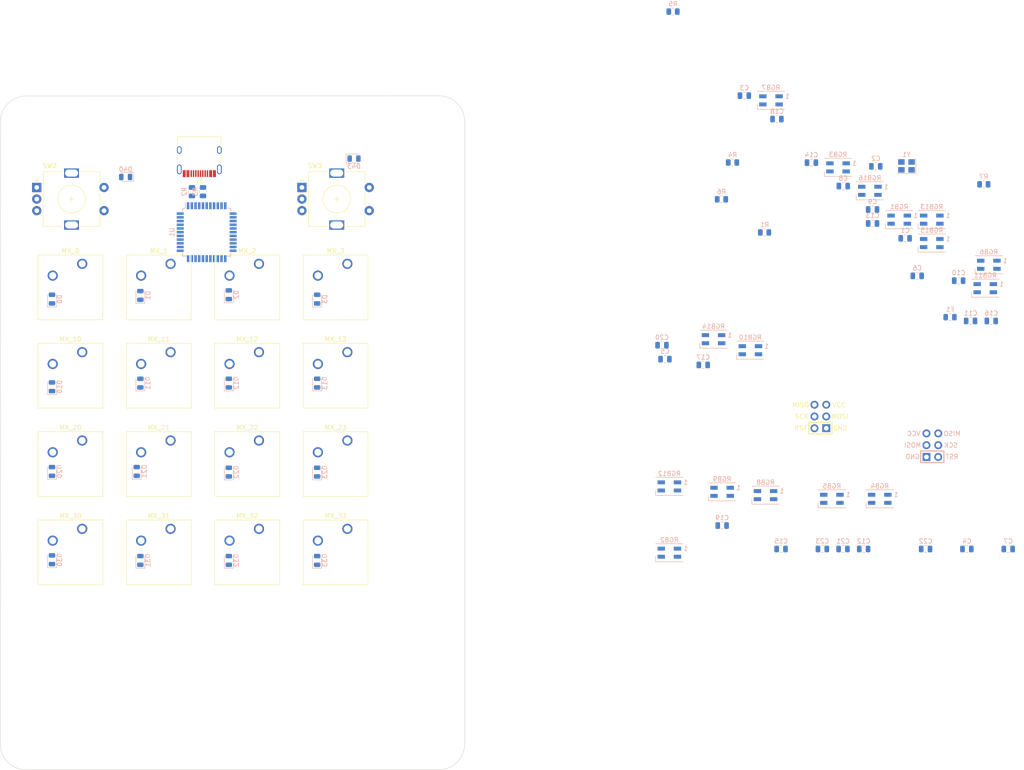
<source format=kicad_pcb>
(kicad_pcb (version 20211014) (generator pcbnew)
  (layers (0 "F.Cu" signal) (31 "B.Cu" signal) (34 "B.Paste" user) (35 "F.Paste" user) (36 "B.SilkS" user "B.Silkscreen") (37 "F.SilkS" user "F.Silkscreen") (38 "B.Mask" user) (39 "F.Mask" user) (44 "Edge.Cuts" user))
  (net 0 "")
  (net 1 "GND")
  (net 2 "Net-(C1-Pad2)")
  (net 3 "Net-(C2-Pad2)")
  (net 4 "Net-(C3-Pad1)")
  (net 5 "+5V")
  (net 6 "ROW0")
  (net 7 "Net-(D1-Pad2)")
  (net 8 "ROW1")
  (net 9 "Net-(D2-Pad2)")
  (net 10 "ROW2")
  (net 11 "Net-(D3-Pad2)")
  (net 12 "ROW3")
  (net 13 "Net-(D10-Pad2)")
  (net 14 "Net-(D11-Pad2)")
  (net 15 "Net-(D12-Pad2)")
  (net 16 "Net-(D13-Pad2)")
  (net 17 "ROW4")
  (net 18 "Net-(SW2-PadS2)")
  (net 19 "Net-(SW3-PadS2)")
  (net 20 "VCC")
  (net 21 "Net-(J1-PadA5)")
  (net 22 "/D+")
  (net 23 "/D-")
  (net 25 "Net-(J1-PadB5)")
  (net 27 "MOSI")
  (net 28 "MISO")
  (net 29 "SS")
  (net 30 "SCLK")
  (net 31 "COL0")
  (net 32 "COL1")
  (net 33 "COL2")
  (net 34 "COL3")
  (net 35 "USB_D-")
  (net 36 "USB_D+")
  (net 37 "Net-(R4-Pad2)")
  (net 38 "Net-(R6-Pad2)")
  (net 39 "LED_STRIP")
  (net 40 "Net-(R7-Pad2)")
  (net 41 "Net-(RGB1-Pad1)")
  (net 42 "Net-(RGB2-Pad1)")
  (net 43 "Net-(RGB3-Pad1)")
  (net 44 "Net-(RGB4-Pad1)")
  (net 45 "Net-(RGB5-Pad1)")
  (net 46 "Net-(RGB6-Pad1)")
  (net 47 "Net-(RGB7-Pad1)")
  (net 48 "Net-(RGB8-Pad1)")
  (net 49 "Net-(RGB10-Pad3)")
  (net 50 "Net-(RGB10-Pad1)")
  (net 51 "Net-(RGB11-Pad1)")
  (net 52 "Net-(RGB12-Pad1)")
  (net 53 "Net-(RGB13-Pad1)")
  (net 54 "Net-(RGB14-Pad1)")
  (net 55 "Net-(RGB15-Pad1)")
  (net 57 "ROT_00_DT")
  (net 58 "ROT_00_CLK")
  (net 59 "ROT_03_DT")
  (net 60 "ROT_03_CLK")
  (net 70 "Net-(D0-Pad2)")
  (net 71 "Net-(D20-Pad2)")
  (net 72 "Net-(D21-Pad2)")
  (net 73 "Net-(D22-Pad2)")
  (net 74 "Net-(D23-Pad2)")
  (net 75 "Net-(D30-Pad2)")
  (net 76 "Net-(D31-Pad2)")
  (net 77 "Net-(D32-Pad2)")
  (net 78 "Net-(D33-Pad2)")
  (footprint "Button_Switch_Keyboard:SW_Cherry_MX_1.00u_Plate" (layer "F.Cu") (at 62.865 75.08875)
    (fp_text reference "MX_1" (at -2.54 -2.794) (layer "F.SilkS"))
    (fp_text value "MX-NoLED")
    (pad "" np_thru_hole circle (at -2.54 5.08) (size 4 4) (drill 4) (layers *.Cu *.Mask))
    (pad "1" thru_hole circle (at 0 0) (size 2.2 2.2) (drill 1.5) (layers *.Cu *.Mask) (net 32 "COL1"))
    (pad "2" thru_hole circle (at -6.35 2.54) (size 2.2 2.2) (drill 1.5) (layers *.Cu *.Mask) (net 7 "Net-(D1-Pad2)"))
  )
  (footprint "Button_Switch_Keyboard:SW_Cherry_MX_1.00u_Plate" (layer "F.Cu") (at 100.965 132.23875)
    (fp_text reference "MX_33" (at -2.54 -2.794) (layer "F.SilkS"))
    (fp_text value "MX-NoLED")
    (pad "" np_thru_hole circle (at -2.54 5.08) (size 4 4) (drill 4) (layers *.Cu *.Mask))
    (pad "1" thru_hole circle (at 0 0) (size 2.2 2.2) (drill 1.5) (layers *.Cu *.Mask) (net 34 "COL3"))
    (pad "2" thru_hole circle (at -6.35 2.54) (size 2.2 2.2) (drill 1.5) (layers *.Cu *.Mask) (net 78 "Net-(D33-Pad2)"))
  )
  (footprint "Button_Switch_Keyboard:SW_Cherry_MX_1.00u_Plate" (layer "F.Cu") (at 81.915 113.18875)
    (fp_text reference "MX_22" (at -2.54 -2.794) (layer "F.SilkS"))
    (fp_text value "MX-NoLED")
    (pad "" np_thru_hole circle (at -2.54 5.08) (size 4 4) (drill 4) (layers *.Cu *.Mask))
    (pad "1" thru_hole circle (at 0 0) (size 2.2 2.2) (drill 1.5) (layers *.Cu *.Mask) (net 33 "COL2"))
    (pad "2" thru_hole circle (at -6.35 2.54) (size 2.2 2.2) (drill 1.5) (layers *.Cu *.Mask) (net 73 "Net-(D22-Pad2)"))
  )
  (footprint "Button_Switch_Keyboard:SW_Cherry_MX_1.00u_Plate" (layer "F.Cu") (at 100.965 75.08875)
    (fp_text reference "MX_3" (at -2.54 -2.794) (layer "F.SilkS"))
    (fp_text value "MX-NoLED")
    (pad "" np_thru_hole circle (at -2.54 5.08) (size 4 4) (drill 4) (layers *.Cu *.Mask))
    (pad "1" thru_hole circle (at 0 0) (size 2.2 2.2) (drill 1.5) (layers *.Cu *.Mask) (net 34 "COL3"))
    (pad "2" thru_hole circle (at -6.35 2.54) (size 2.2 2.2) (drill 1.5) (layers *.Cu *.Mask) (net 11 "Net-(D3-Pad2)"))
  )
  (footprint "Button_Switch_Keyboard:SW_Cherry_MX_1.00u_Plate" (layer "F.Cu") (at 62.865 113.18875)
    (fp_text reference "MX_21" (at -2.54 -2.794) (layer "F.SilkS"))
    (fp_text value "MX-NoLED")
    (pad "" np_thru_hole circle (at -2.54 5.08) (size 4 4) (drill 4) (layers *.Cu *.Mask))
    (pad "1" thru_hole circle (at 0 0) (size 2.2 2.2) (drill 1.5) (layers *.Cu *.Mask) (net 32 "COL1"))
    (pad "2" thru_hole circle (at -6.35 2.54) (size 2.2 2.2) (drill 1.5) (layers *.Cu *.Mask) (net 72 "Net-(D21-Pad2)"))
  )
  (footprint "Rotary_Encoder:RotaryEncoder_Alps_EC11E-Switch_Vertical_H20mm" (layer "F.Cu") (at 34.025 58.61875)
    (fp_text reference "SW2" (at 2.8 -4.7) (layer "F.SilkS"))
    (fp_text value "Rotary_Encoder_Switch")
    (pad "A" thru_hole rect (at 0 0) (size 2 2) (drill 1) (layers *.Cu *.Mask) (net 57 "ROT_00_DT"))
    (pad "B" thru_hole circle (at 0 5) (size 2 2) (drill 1) (layers *.Cu *.Mask) (net 58 "ROT_00_CLK"))
    (pad "C" thru_hole circle (at 0 2.5) (size 2 2) (drill 1) (layers *.Cu *.Mask) (net 1 "GND"))
    (pad "MP" thru_hole rect (at 7.5 -3.1) (size 3.2 2) (drill oval 2.8 1.5) (layers *.Cu *.Mask))
    (pad "MP" thru_hole rect (at 7.5 8.1) (size 3.2 2) (drill oval 2.8 1.5) (layers *.Cu *.Mask))
    (pad "S1" thru_hole circle (at 14.5 5) (size 2 2) (drill 1) (layers *.Cu *.Mask) (net 31 "COL0"))
    (pad "S2" thru_hole circle (at 14.5 0) (size 2 2) (drill 1) (layers *.Cu *.Mask) (net 18 "Net-(SW2-PadS2)"))
  )
  (footprint "Button_Switch_Keyboard:SW_Cherry_MX_1.00u_Plate" (layer "F.Cu") (at 100.965 94.13875)
    (fp_text reference "MX_13" (at -2.54 -2.794) (layer "F.SilkS"))
    (fp_text value "MX-NoLED")
    (pad "" np_thru_hole circle (at -2.54 5.08) (size 4 4) (drill 4) (layers *.Cu *.Mask))
    (pad "1" thru_hole circle (at 0 0) (size 2.2 2.2) (drill 1.5) (layers *.Cu *.Mask) (net 34 "COL3"))
    (pad "2" thru_hole circle (at -6.35 2.54) (size 2.2 2.2) (drill 1.5) (layers *.Cu *.Mask) (net 16 "Net-(D13-Pad2)"))
  )
  (footprint "Button_Switch_Keyboard:SW_Cherry_MX_1.00u_Plate" (layer "F.Cu") (at 43.815 113.18875)
    (fp_text reference "MX_20" (at -2.54 -2.794) (layer "F.SilkS"))
    (fp_text value "MX-NoLED")
    (pad "" np_thru_hole circle (at -2.54 5.08) (size 4 4) (drill 4) (layers *.Cu *.Mask))
    (pad "1" thru_hole circle (at 0 0) (size 2.2 2.2) (drill 1.5) (layers *.Cu *.Mask) (net 31 "COL0"))
    (pad "2" thru_hole circle (at -6.35 2.54) (size 2.2 2.2) (drill 1.5) (layers *.Cu *.Mask) (net 71 "Net-(D20-Pad2)"))
  )
  (footprint "Button_Switch_Keyboard:SW_Cherry_MX_1.00u_Plate" (layer "F.Cu") (at 62.865 132.23875)
    (fp_text reference "MX_31" (at -2.54 -2.794) (layer "F.SilkS"))
    (fp_text value "MX-NoLED")
    (pad "" np_thru_hole circle (at -2.54 5.08) (size 4 4) (drill 4) (layers *.Cu *.Mask))
    (pad "1" thru_hole circle (at 0 0) (size 2.2 2.2) (drill 1.5) (layers *.Cu *.Mask) (net 32 "COL1"))
    (pad "2" thru_hole circle (at -6.35 2.54) (size 2.2 2.2) (drill 1.5) (layers *.Cu *.Mask) (net 76 "Net-(D31-Pad2)"))
  )
  (footprint "random-keyboard-parts:Reset_Pretty" (layer "F.Cu") (at 202.89375 108.00625)
    (fp_text reference "J2")
    (fp_text value "JTAG")
    (fp_text user "RST" (at -4.25 2.5) (layer "F.SilkS"))
    (fp_text user "MOSI" (at 4.25 0) (layer "F.SilkS"))
    (fp_text user "VCC" (at 4 -2.5) (layer "F.SilkS"))
    (fp_text user "MISO" (at -4.25 -2.5) (layer "F.SilkS"))
    (fp_text user "SCK" (at -4 0) (layer "F.SilkS"))
    (fp_text user "GND" (at 4.25 2.5) (layer "F.SilkS"))
    (pad "1" thru_hole circle locked (at -1.27 -2.54) (size 1.7 1.7) (drill 1) (layers *.Cu *.Mask) (net 28 "MISO"))
    (pad "2" thru_hole circle locked (at 1.27 -2.54) (size 1.7 1.7) (drill 1) (layers *.Cu *.Mask) (net 5 "+5V"))
    (pad "3" thru_hole circle locked (at -1.27 0) (size 1.7 1.7) (drill 1) (layers *.Cu *.Mask) (net 30 "SCLK"))
    (pad "4" thru_hole circle locked (at 1.27 0) (size 1.7 1.7) (drill 1) (layers *.Cu *.Mask) (net 27 "MOSI"))
    (pad "5" thru_hole circle locked (at -1.27 2.54) (size 1.7 1.7) (drill 1) (layers *.Cu *.Mask) (net 29 "SS"))
    (pad "6" thru_hole rect locked (at 1.27 2.54) (size 1.7 1.7) (drill 1) (layers *.Cu *.Mask) (net 1 "GND"))
  )
  (footprint "Rotary_Encoder:RotaryEncoder_Alps_EC11E-Switch_Vertical_H20mm" (layer "F.Cu") (at 91.175 58.61875)
    (fp_text reference "SW3" (at 2.8 -4.7) (layer "F.SilkS"))
    (fp_text value "Rotary_Encoder_Switch")
    (pad "A" thru_hole rect (at 0 0) (size 2 2) (drill 1) (layers *.Cu *.Mask) (net 59 "ROT_03_DT"))
    (pad "B" thru_hole circle (at 0 5) (size 2 2) (drill 1) (layers *.Cu *.Mask) (net 60 "ROT_03_CLK"))
    (pad "C" thru_hole circle (at 0 2.5) (size 2 2) (drill 1) (layers *.Cu *.Mask) (net 1 "GND"))
    (pad "MP" thru_hole rect (at 7.5 -3.1) (size 3.2 2) (drill oval 2.8 1.5) (layers *.Cu *.Mask))
    (pad "MP" thru_hole rect (at 7.5 8.1) (size 3.2 2) (drill oval 2.8 1.5) (layers *.Cu *.Mask))
    (pad "S1" thru_hole circle (at 14.5 5) (size 2 2) (drill 1) (layers *.Cu *.Mask) (net 34 "COL3"))
    (pad "S2" thru_hole circle (at 14.5 0) (size 2 2) (drill 1) (layers *.Cu *.Mask) (net 19 "Net-(SW3-PadS2)"))
  )
  (footprint "Button_Switch_Keyboard:SW_Cherry_MX_1.00u_Plate" (layer "F.Cu") (at 43.815 132.23875)
    (fp_text reference "MX_30" (at -2.54 -2.794) (layer "F.SilkS"))
    (fp_text value "MX-NoLED")
    (pad "" np_thru_hole circle (at -2.54 5.08) (size 4 4) (drill 4) (layers *.Cu *.Mask))
    (pad "1" thru_hole circle (at 0 0) (size 2.2 2.2) (drill 1.5) (layers *.Cu *.Mask) (net 31 "COL0"))
    (pad "2" thru_hole circle (at -6.35 2.54) (size 2.2 2.2) (drill 1.5) (layers *.Cu *.Mask) (net 75 "Net-(D30-Pad2)"))
  )
  (footprint "Button_Switch_Keyboard:SW_Cherry_MX_1.00u_Plate" (layer "F.Cu") (at 62.865 94.13875)
    (fp_text reference "MX_11" (at -2.54 -2.794) (layer "F.SilkS"))
    (fp_text value "MX-NoLED")
    (pad "" np_thru_hole circle (at -2.54 5.08) (size 4 4) (drill 4) (layers *.Cu *.Mask))
    (pad "1" thru_hole circle (at 0 0) (size 2.2 2.2) (drill 1.5) (layers *.Cu *.Mask) (net 32 "COL1"))
    (pad "2" thru_hole circle (at -6.35 2.54) (size 2.2 2.2) (drill 1.5) (layers *.Cu *.Mask) (net 14 "Net-(D11-Pad2)"))
  )
  (footprint "Button_Switch_Keyboard:SW_Cherry_MX_1.00u_Plate" (layer "F.Cu") (at 81.915 132.23875)
    (fp_text reference "MX_32" (at -2.54 -2.794) (layer "F.SilkS"))
    (fp_text value "MX-NoLED")
    (pad "" np_thru_hole circle (at -2.54 5.08) (size 4 4) (drill 4) (layers *.Cu *.Mask))
    (pad "1" thru_hole circle (at 0 0) (size 2.2 2.2) (drill 1.5) (layers *.Cu *.Mask) (net 33 "COL2"))
    (pad "2" thru_hole circle (at -6.35 2.54) (size 2.2 2.2) (drill 1.5) (layers *.Cu *.Mask) (net 77 "Net-(D32-Pad2)"))
  )
  (footprint "Connector_USB:USB_C_Receptacle_HRO_TYPE-C-31-M-12" (layer "F.Cu") (at 69.05625 51.59375 180)
    (fp_text reference "J1" (at 0 -5.645) (layer "F.SilkS"))
    (fp_text value "USB_C_Receptacle_USB2.0")
    (pad "" np_thru_hole circle (at -2.89 -2.6 180) (size 0.65 0.65) (drill 0.65) (layers *.Cu *.Mask))
    (pad "" np_thru_hole circle (at 2.89 -2.6 180) (size 0.65 0.65) (drill 0.65) (layers *.Cu *.Mask))
    (pad "A1" smd rect (at -3.25 -4.045 180) (size 0.6 1.45) (layers "F.Cu" "F.Paste" "F.Mask") (net 1 "GND"))
    (pad "A4" smd rect (at -2.45 -4.045 180) (size 0.6 1.45) (layers "F.Cu" "F.Paste" "F.Mask") (net 20 "VCC"))
    (pad "A5" smd rect (at -1.25 -4.045 180) (size 0.3 1.45) (layers "F.Cu" "F.Paste" "F.Mask") (net 21 "Net-(J1-PadA5)"))
    (pad "A6" smd rect (at -0.25 -4.045 180) (size 0.3 1.45) (layers "F.Cu" "F.Paste" "F.Mask") (net 22 "/D+"))
    (pad "A7" smd rect (at 0.25 -4.045 180) (size 0.3 1.45) (layers "F.Cu" "F.Paste" "F.Mask") (net 23 "/D-"))
    (pad "A8" smd rect (at 1.25 -4.045 180) (size 0.3 1.45) (layers "F.Cu" "F.Paste" "F.Mask"))
    (pad "A9" smd rect (at 2.45 -4.045 180) (size 0.6 1.45) (layers "F.Cu" "F.Paste" "F.Mask") (net 20 "VCC"))
    (pad "A12" smd rect (at 3.25 -4.045 180) (size 0.6 1.45) (layers "F.Cu" "F.Paste" "F.Mask") (net 1 "GND"))
    (pad "B1" smd rect (at 3.25 -4.045 180) (size 0.6 1.45) (layers "F.Cu" "F.Paste" "F.Mask") (net 1 "GND"))
    (pad "B4" smd rect (at 2.45 -4.045 180) (size 0.6 1.45) (layers "F.Cu" "F.Paste" "F.Mask") (net 20 "VCC"))
    (pad "B5" smd rect (at 1.75 -4.045 180) (size 0.3 1.45) (layers "F.Cu" "F.Paste" "F.Mask") (net 25 "Net-(J1-PadB5)"))
    (pad "B6" smd rect (at 0.75 -4.045 180) (size 0.3 1.45) (layers "F.Cu" "F.Paste" "F.Mask") (net 22 "/D+"))
    (pad "B7" smd rect (at -0.75 -4.045 180) (size 0.3 1.45) (layers "F.Cu" "F.Paste" "F.Mask") (net 23 "/D-"))
    (pad "B8" smd rect (at -1.75 -4.045 180) (size 0.3 1.45) (layers "F.Cu" "F.Paste" "F.Mask"))
    (pad "B9" smd rect (at -2.45 -4.045 180) (size 0.6 1.45) (layers "F.Cu" "F.Paste" "F.Mask") (net 20 "VCC"))
    (pad "B12" smd rect (at -3.25 -4.045 180) (size 0.6 1.45) (layers "F.Cu" "F.Paste" "F.Mask") (net 1 "GND"))
    (pad "S1" thru_hole oval (at 4.32 -3.13 180) (size 1 2.1) (drill oval 0.6 1.7) (layers *.Cu *.Mask) (net 1 "GND"))
    (pad "S1" thru_hole oval (at 4.32 1.05 180) (size 1 1.6) (drill oval 0.6 1.2) (layers *.Cu *.Mask) (net 1 "GND"))
    (pad "S1" thru_hole oval (at -4.32 1.05 180) (size 1 1.6) (drill oval 0.6 1.2) (layers *.Cu *.Mask) (net 1 "GND"))
    (pad "S1" thru_hole oval (at -4.32 -3.13 180) (size 1 2.1) (drill oval 0.6 1.7) (layers *.Cu *.Mask) (net 1 "GND"))
  )
  (footprint "Button_Switch_Keyboard:SW_Cherry_MX_1.00u_Plate" (layer "F.Cu") (at 43.815 94.13875)
    (fp_text reference "MX_10" (at -2.54 -2.794) (layer "F.SilkS"))
    (fp_text value "MX-NoLED")
    (pad "" np_thru_hole circle (at -2.54 5.08) (size 4 4) (drill 4) (layers *.Cu *.Mask))
    (pad "1" thru_hole circle (at 0 0) (size 2.2 2.2) (drill 1.5) (layers *.Cu *.Mask) (net 31 "COL0"))
    (pad "2" thru_hole circle (at -6.35 2.54) (size 2.2 2.2) (drill 1.5) (layers *.Cu *.Mask) (net 13 "Net-(D10-Pad2)"))
  )
  (footprint "Button_Switch_Keyboard:SW_Cherry_MX_1.00u_Plate" (layer "F.Cu") (at 81.915 75.08875)
    (fp_text reference "MX_2" (at -2.54 -2.794) (layer "F.SilkS"))
    (fp_text value "MX-NoLED")
    (pad "" np_thru_hole circle (at -2.54 5.08) (size 4 4) (drill 4) (layers *.Cu *.Mask))
    (pad "1" thru_hole circle (at 0 0) (size 2.2 2.2) (drill 1.5) (layers *.Cu *.Mask) (net 33 "COL2"))
    (pad "2" thru_hole circle (at -6.35 2.54) (size 2.2 2.2) (drill 1.5) (layers *.Cu *.Mask) (net 9 "Net-(D2-Pad2)"))
  )
  (footprint "Button_Switch_Keyboard:SW_Cherry_MX_1.00u_Plate" (layer "F.Cu") (at 43.815 75.08875)
    (fp_text reference "MX_0" (at -2.54 -2.794) (layer "F.SilkS"))
    (fp_text value "MX-NoLED")
    (pad "" np_thru_hole circle (at -2.54 5.08) (size 4 4) (drill 4) (layers *.Cu *.Mask))
    (pad "1" thru_hole circle (at 0 0) (size 2.2 2.2) (drill 1.5) (layers *.Cu *.Mask) (net 31 "COL0"))
    (pad "2" thru_hole circle (at -6.35 2.54) (size 2.2 2.2) (drill 1.5) (layers *.Cu *.Mask) (net 70 "Net-(D0-Pad2)"))
  )
  (footprint "Button_Switch_Keyboard:SW_Cherry_MX_1.00u_Plate" (layer "F.Cu") (at 100.965 113.18875)
    (fp_text reference "MX_23" (at -2.54 -2.794) (layer "F.SilkS"))
    (fp_text value "MX-NoLED")
    (pad "" np_thru_hole circle (at -2.54 5.08) (size 4 4) (drill 4) (layers *.Cu *.Mask))
    (pad "1" thru_hole circle (at 0 0) (size 2.2 2.2) (drill 1.5) (layers *.Cu *.Mask) (net 34 "COL3"))
    (pad "2" thru_hole circle (at -6.35 2.54) (size 2.2 2.2) (drill 1.5) (layers *.Cu *.Mask) (net 74 "Net-(D23-Pad2)"))
  )
  (footprint "Button_Switch_Keyboard:SW_Cherry_MX_1.00u_Plate" (layer "F.Cu") (at 81.915 94.13875)
    (fp_text reference "MX_12" (at -2.54 -2.794) (layer "F.SilkS"))
    (fp_text value "MX-NoLED")
    (pad "" np_thru_hole circle (at -2.54 5.08) (size 4 4) (drill 4) (layers *.Cu *.Mask))
    (pad "1" thru_hole circle (at 0 0) (size 2.2 2.2) (drill 1.5) (layers *.Cu *.Mask) (net 33 "COL2"))
    (pad "2" thru_hole circle (at -6.35 2.54) (size 2.2 2.2) (drill 1.5) (layers *.Cu *.Mask) (net 15 "Net-(D12-Pad2)"))
  )
  (footprint "Package_QFP:TQFP-44_10x10mm_P0.8mm" (layer "B.Cu") (at 70.64375 68.2625 -90)
    (fp_text reference "U1" (at 0 7.45 90) (layer "B.SilkS") (effects (justify mirror)))
    (fp_text value "ATmega32U4-A")
    (pad "1" smd rect (at -5.7 4 270) (size 1.5 0.55) (layers "B.Cu" "B.Paste" "B.Mask"))
    (pad "2" smd rect (at -5.7 3.2 270) (size 1.5 0.55) (layers "B.Cu" "B.Paste" "B.Mask") (net 5 "+5V"))
    (pad "3" smd rect (at -5.7 2.4 270) (size 1.5 0.55) (layers "B.Cu" "B.Paste" "B.Mask") (net 35 "USB_D-"))
    (pad "4" smd rect (at -5.7 1.6 270) (size 1.5 0.55) (layers "B.Cu" "B.Paste" "B.Mask") (net 36 "USB_D+"))
    (pad "5" smd rect (at -5.7 0.8 270) (size 1.5 0.55) (layers "B.Cu" "B.Paste" "B.Mask") (net 1 "GND"))
    (pad "6" smd rect (at -5.7 0 270) (size 1.5 0.55) (layers "B.Cu" "B.Paste" "B.Mask") (net 4 "Net-(C3-Pad1)"))
    (pad "7" smd rect (at -5.7 -0.8 270) (size 1.5 0.55) (layers "B.Cu" "B.Paste" "B.Mask") (net 5 "+5V"))
    (pad "8" smd rect (at -5.7 -1.6 270) (size 1.5 0.55) (layers "B.Cu" "B.Paste" "B.Mask") (net 29 "SS"))
    (pad "9" smd rect (at -5.7 -2.4 270) (size 1.5 0.55) (layers "B.Cu" "B.Paste" "B.Mask") (net 30 "SCLK"))
    (pad "10" smd rect (at -5.7 -3.2 270) (size 1.5 0.55) (layers "B.Cu" "B.Paste" "B.Mask") (net 27 "MOSI"))
    (pad "11" smd rect (at -5.7 -4 270) (size 1.5 0.55) (layers "B.Cu" "B.Paste" "B.Mask") (net 28 "MISO"))
    (pad "12" smd rect (at -4 -5.7 180) (size 1.5 0.55) (layers "B.Cu" "B.Paste" "B.Mask") (net 34 "COL3"))
    (pad "13" smd rect (at -3.2 -5.7 180) (size 1.5 0.55) (layers "B.Cu" "B.Paste" "B.Mask") (net 37 "Net-(R4-Pad2)"))
    (pad "14" smd rect (at -2.4 -5.7 180) (size 1.5 0.55) (layers "B.Cu" "B.Paste" "B.Mask") (net 5 "+5V"))
    (pad "15" smd rect (at -1.6 -5.7 180) (size 1.5 0.55) (layers "B.Cu" "B.Paste" "B.Mask") (net 1 "GND"))
    (pad "16" smd rect (at -0.8 -5.7 180) (size 1.5 0.55) (layers "B.Cu" "B.Paste" "B.Mask") (net 3 "Net-(C2-Pad2)"))
    (pad "17" smd rect (at 0 -5.7 180) (size 1.5 0.55) (layers "B.Cu" "B.Paste" "B.Mask") (net 2 "Net-(C1-Pad2)"))
    (pad "18" smd rect (at 0.8 -5.7 180) (size 1.5 0.55) (layers "B.Cu" "B.Paste" "B.Mask") (net 6 "ROW0"))
    (pad "19" smd rect (at 1.6 -5.7 180) (size 1.5 0.55) (layers "B.Cu" "B.Paste" "B.Mask") (net 8 "ROW1"))
    (pad "20" smd rect (at 2.4 -5.7 180) (size 1.5 0.55) (layers "B.Cu" "B.Paste" "B.Mask") (net 10 "ROW2"))
    (pad "21" smd rect (at 3.2 -5.7 180) (size 1.5 0.55) (layers "B.Cu" "B.Paste" "B.Mask") (net 12 "ROW3"))
    (pad "22" smd rect (at 4 -5.7 180) (size 1.5 0.55) (layers "B.Cu" "B.Paste" "B.Mask") (net 59 "ROT_03_DT"))
    (pad "23" smd rect (at 5.7 -4 270) (size 1.5 0.55) (layers "B.Cu" "B.Paste" "B.Mask") (net 1 "GND"))
    (pad "24" smd rect (at 5.7 -3.2 270) (size 1.5 0.55) (layers "B.Cu" "B.Paste" "B.Mask") (net 5 "+5V"))
    (pad "25" smd rect (at 5.7 -2.4 270) (size 1.5 0.55) (layers "B.Cu" "B.Paste" "B.Mask") (net 17 "ROW4"))
    (pad "26" smd rect (at 5.7 -1.6 270) (size 1.5 0.55) (layers "B.Cu" "B.Paste" "B.Mask") (net 60 "ROT_03_CLK"))
    (pad "27" smd rect (at 5.7 -0.8 270) (size 1.5 0.55) (layers "B.Cu" "B.Paste" "B.Mask"))
    (pad "28" smd rect (at 5.7 0 270) (size 1.5 0.55) (layers "B.Cu" "B.Paste" "B.Mask") (net 31 "COL0"))
    (pad "29" smd rect (at 5.7 0.8 270) (size 1.5 0.55) (layers "B.Cu" "B.Paste" "B.Mask") (net 32 "COL1"))
    (pad "30" smd rect (at 5.7 1.6 270) (size 1.5 0.55) (layers "B.Cu" "B.Paste" "B.Mask") (net 33 "COL2"))
    (pad "31" smd rect (at 5.7 2.4 270) (size 1.5 0.55) (layers "B.Cu" "B.Paste" "B.Mask"))
    (pad "32" smd rect (at 5.7 3.2 270) (size 1.5 0.55) (layers "B.Cu" "B.Paste" "B.Mask"))
    (pad "33" smd rect (at 5.7 4 270) (size 1.5 0.55) (layers "B.Cu" "B.Paste" "B.Mask") (net 38 "Net-(R6-Pad2)"))
    (pad "34" smd rect (at 4 5.7 180) (size 1.5 0.55) (layers "B.Cu" "B.Paste" "B.Mask") (net 5 "+5V"))
    (pad "35" smd rect (at 3.2 5.7 180) (size 1.5 0.55) (layers "B.Cu" "B.Paste" "B.Mask") (net 1 "GND"))
    (pad "36" smd rect (at 2.4 5.7 180) (size 1.5 0.55) (layers "B.Cu" "B.Paste" "B.Mask"))
    (pad "37" smd rect (at 1.6 5.7 180) (size 1.5 0.55) (layers "B.Cu" "B.Paste" "B.Mask"))
    (pad "38" smd rect (at 0.8 5.7 180) (size 1.5 0.55) (layers "B.Cu" "B.Paste" "B.Mask"))
    (pad "39" smd rect (at 0 5.7 180) (size 1.5 0.55) (layers "B.Cu" "B.Paste" "B.Mask"))
    (pad "40" smd rect (at -0.8 5.7 180) (size 1.5 0.55) (layers "B.Cu" "B.Paste" "B.Mask") (net 57 "ROT_00_DT"))
    (pad "41" smd rect (at -1.6 5.7 180) (size 1.5 0.55) (layers "B.Cu" "B.Paste" "B.Mask") (net 58 "ROT_00_CLK"))
    (pad "42" smd rect (at -2.4 5.7 180) (size 1.5 0.55) (layers "B.Cu" "B.Paste" "B.Mask"))
    (pad "43" smd rect (at -3.2 5.7 180) (size 1.5 0.55) (layers "B.Cu" "B.Paste" "B.Mask") (net 1 "GND"))
    (pad "44" smd rect (at -4 5.7 180) (size 1.5 0.55) (layers "B.Cu" "B.Paste" "B.Mask") (net 5 "+5V"))
  )
  (footprint "Capacitor_SMD:C_0805_2012Metric" (layer "B.Cu") (at 168.76137 92.62875 180)
    (fp_text reference "C20" (at 0 1.68) (layer "B.SilkS") (effects (justify mirror)))
    (fp_text value "100nF")
    (pad "1" smd roundrect (at -0.95 0 180) (size 1 1.45) (layers "B.Cu" "B.Paste" "B.Mask") (net 5 "+5V"))
    (pad "2" smd roundrect (at 0.95 0 180) (size 1 1.45) (layers "B.Cu" "B.Paste" "B.Mask") (net 1 "GND"))
  )
  (footprint "Capacitor_SMD:C_0805_2012Metric" (layer "B.Cu") (at 225.575 136.58125 180)
    (fp_text reference "C22" (at 0 1.68) (layer "B.SilkS") (effects (justify mirror)))
    (fp_text value "100nF")
    (pad "1" smd roundrect (at -0.95 0 180) (size 1 1.45) (layers "B.Cu" "B.Paste" "B.Mask") (net 5 "+5V"))
    (pad "2" smd roundrect (at 0.95 0 180) (size 1 1.45) (layers "B.Cu" "B.Paste" "B.Mask") (net 1 "GND"))
  )
  (footprint "Capacitor_SMD:C_0805_2012Metric" (layer "B.Cu") (at 214.14881 63.36875 180)
    (fp_text reference "C9" (at 0 1.68) (layer "B.SilkS") (effects (justify mirror)))
    (fp_text value "100nF")
    (pad "1" smd roundrect (at -0.95 0 180) (size 1 1.45) (layers "B.Cu" "B.Paste" "B.Mask") (net 5 "+5V"))
    (pad "2" smd roundrect (at 0.95 0 180) (size 1 1.45) (layers "B.Cu" "B.Paste" "B.Mask") (net 1 "GND"))
  )
  (footprint "Resistor_SMD:R_0805_2012Metric" (layer "B.Cu") (at 67.46875 59.53125 -90)
    (fp_text reference "R2" (at 0 1.65 90) (layer "B.SilkS") (effects (justify mirror)))
    (fp_text value "22")
    (pad "1" smd roundrect (at -0.9125 0 270) (size 1.025 1.4) (layers "B.Cu" "B.Paste" "B.Mask") (roundrect_rratio 0.243902) (net 23 "/D-"))
    (pad "2" smd roundrect (at 0.9125 0 270) (size 1.025 1.4) (layers "B.Cu" "B.Paste" "B.Mask") (roundrect_rratio 0.243902) (net 35 "USB_D-"))
  )
  (footprint "Fuse:Fuse_0805_2012Metric" (layer "B.Cu") (at 230.83881 86.58875 180)
    (fp_text reference "F1" (at 0 1.65) (layer "B.SilkS") (effects (justify mirror)))
    (fp_text value "500mA")
    (pad "1" smd roundrect (at -0.9375 0 180) (size 0.975 1.4) (layers "B.Cu" "B.Paste" "B.Mask") (net 20 "VCC"))
    (pad "2" smd roundrect (at 0.9375 0 180) (size 0.975 1.4) (layers "B.Cu" "B.Paste" "B.Mask") (net 5 "+5V"))
  )
  (footprint "Capacitor_SMD:C_0805_2012Metric" (layer "B.Cu") (at 235.26881 87.40875 180)
    (fp_text reference "C11" (at 0 1.68) (layer "B.SilkS") (effects (justify mirror)))
    (fp_text value "100nF")
    (pad "1" smd roundrect (at -0.95 0 180) (size 1 1.45) (layers "B.Cu" "B.Paste" "B.Mask") (net 5 "+5V"))
    (pad "2" smd roundrect (at 0.95 0 180) (size 1 1.45) (layers "B.Cu" "B.Paste" "B.Mask") (net 1 "GND"))
  )
  (footprint "Capacitor_SMD:C_0805_2012Metric" (layer "B.Cu") (at 232.69881 78.71875 180)
    (fp_text reference "C10" (at 0 1.68) (layer "B.SilkS") (effects (justify mirror)))
    (fp_text value "100nF")
    (pad "1" smd roundrect (at -0.95 0 180) (size 1 1.45) (layers "B.Cu" "B.Paste" "B.Mask") (net 5 "+5V"))
    (pad "2" smd roundrect (at 0.95 0 180) (size 1 1.45) (layers "B.Cu" "B.Paste" "B.Mask") (net 1 "GND"))
  )
  (footprint "Capacitor_SMD:C_0805_2012Metric" (layer "B.Cu") (at 243.375 136.58125 180)
    (fp_text reference "C7" (at 0 1.68) (layer "B.SilkS") (effects (justify mirror)))
    (fp_text value "10uF")
    (pad "1" smd roundrect (at -0.95 0 180) (size 1 1.45) (layers "B.Cu" "B.Paste" "B.Mask") (net 5 "+5V"))
    (pad "2" smd roundrect (at 0.95 0 180) (size 1 1.45) (layers "B.Cu" "B.Paste" "B.Mask") (net 1 "GND"))
  )
  (footprint "LED_SMD:LED_SK6812MINI_PLCC4_3.5x3.5mm_P1.75mm" (layer "B.Cu") (at 213.56381 59.33875 180)
    (fp_text reference "RGB16" (at 0 2.75) (layer "B.SilkS") (effects (justify mirror)))
    (fp_text value "SK6812MINI")
    (fp_text user "1" (at -3.5 0.875) (layer "B.SilkS") (effects (justify mirror)))
    (pad "1" smd rect (at -1.75 0.875 180) (size 1.6 0.85) (layers "B.Cu" "B.Paste" "B.Mask"))
    (pad "2" smd rect (at -1.75 -0.875 180) (size 1.6 0.85) (layers "B.Cu" "B.Paste" "B.Mask") (net 1 "GND"))
    (pad "3" smd rect (at 1.75 -0.875 180) (size 1.6 0.85) (layers "B.Cu" "B.Paste" "B.Mask") (net 55 "Net-(RGB15-Pad1)"))
    (pad "4" smd rect (at 1.75 0.875 180) (size 1.6 0.85) (layers "B.Cu" "B.Paste" "B.Mask") (net 5 "+5V"))
  )
  (footprint "Diode_SMD:D_0805_2012Metric" (layer "B.Cu") (at 56.35625 139.05 90)
    (fp_text reference "D31" (at 0 1.65 90) (layer "B.SilkS") (effects (justify mirror)))
    (fp_text value "SOD_123")
    (pad "1" smd roundrect (at -0.9375 0 90) (size 0.975 1.4) (layers "B.Cu" "B.Paste" "B.Mask") (net 12 "ROW3"))
    (pad "2" smd roundrect (at 0.9375 0 90) (size 0.975 1.4) (layers "B.Cu" "B.Paste" "B.Mask") (net 76 "Net-(D31-Pad2)"))
  )
  (footprint "Capacitor_SMD:C_0805_2012Metric" (layer "B.Cu") (at 177.64887 96.89375 180)
    (fp_text reference "C17" (at 0 1.68) (layer "B.SilkS") (effects (justify mirror)))
    (fp_text value "100nF")
    (pad "1" smd roundrect (at -0.95 0 180) (size 1 1.45) (layers "B.Cu" "B.Paste" "B.Mask") (net 5 "+5V"))
    (pad "2" smd roundrect (at 0.95 0 180) (size 1 1.45) (layers "B.Cu" "B.Paste" "B.Mask") (net 1 "GND"))
  )
  (footprint "Capacitor_SMD:C_0805_2012Metric" (layer "B.Cu") (at 207.775 136.58125 180)
    (fp_text reference "C21" (at 0 1.68) (layer "B.SilkS") (effects (justify mirror)))
    (fp_text value "100nF")
    (pad "1" smd roundrect (at -0.95 0 180) (size 1 1.45) (layers "B.Cu" "B.Paste" "B.Mask") (net 5 "+5V"))
    (pad "2" smd roundrect (at 0.95 0 180) (size 1 1.45) (layers "B.Cu" "B.Paste" "B.Mask") (net 1 "GND"))
  )
  (footprint "LED_SMD:LED_SK6812MINI_PLCC4_3.5x3.5mm_P1.75mm" (layer "B.Cu") (at 205.37125 125.7625 180)
    (fp_text reference "RGB5" (at 0 2.75) (layer "B.SilkS") (effects (justify mirror)))
    (fp_text value "SK6812MINI")
    (fp_text user "1" (at -3.5 0.875) (layer "B.SilkS") (effects (justify mirror)))
    (pad "1" smd rect (at -1.75 0.875 180) (size 1.6 0.85) (layers "B.Cu" "B.Paste" "B.Mask") (net 45 "Net-(RGB5-Pad1)"))
    (pad "2" smd rect (at -1.75 -0.875 180) (size 1.6 0.85) (layers "B.Cu" "B.Paste" "B.Mask") (net 1 "GND"))
    (pad "3" smd rect (at 1.75 -0.875 180) (size 1.6 0.85) (layers "B.Cu" "B.Paste" "B.Mask") (net 44 "Net-(RGB4-Pad1)"))
    (pad "4" smd rect (at 1.75 0.875 180) (size 1.6 0.85) (layers "B.Cu" "B.Paste" "B.Mask") (net 5 "+5V"))
  )
  (footprint "Diode_SMD:D_0805_2012Metric" (layer "B.Cu") (at 75.40625 100.80625 90)
    (fp_text reference "D12" (at 0 1.65 90) (layer "B.SilkS") (effects (justify mirror)))
    (fp_text value "SOD_123")
    (pad "1" smd roundrect (at -0.9375 0 90) (size 0.975 1.4) (layers "B.Cu" "B.Paste" "B.Mask") (net 8 "ROW1"))
    (pad "2" smd roundrect (at 0.9375 0 90) (size 0.975 1.4) (layers "B.Cu" "B.Paste" "B.Mask") (net 15 "Net-(D12-Pad2)"))
  )
  (footprint "LED_SMD:LED_SK6812MINI_PLCC4_3.5x3.5mm_P1.75mm" (layer "B.Cu") (at 179.87387 91.3375 180)
    (fp_text reference "RGB14" (at 0 2.75) (layer "B.SilkS") (effects (justify mirror)))
    (fp_text value "SK6812MINI")
    (fp_text user "1" (at -3.5 0.875) (layer "B.SilkS") (effects (justify mirror)))
    (pad "1" smd rect (at -1.75 0.875 180) (size 1.6 0.85) (layers "B.Cu" "B.Paste" "B.Mask") (net 54 "Net-(RGB14-Pad1)"))
    (pad "2" smd rect (at -1.75 -0.875 180) (size 1.6 0.85) (layers "B.Cu" "B.Paste" "B.Mask") (net 1 "GND"))
    (pad "3" smd rect (at 1.75 -0.875 180) (size 1.6 0.85) (layers "B.Cu" "B.Paste" "B.Mask") (net 53 "Net-(RGB13-Pad1)"))
    (pad "4" smd rect (at 1.75 0.875 180) (size 1.6 0.85) (layers "B.Cu" "B.Paste" "B.Mask") (net 5 "+5V"))
  )
  (footprint "LED_SMD:LED_SK6812MINI_PLCC4_3.5x3.5mm_P1.75mm" (layer "B.Cu") (at 192.25381 39.83875 180)
    (fp_text reference "RGB7" (at 0 2.75) (layer "B.SilkS") (effects (justify mirror)))
    (fp_text value "SK6812MINI")
    (fp_text user "1" (at -3.5 0.875) (layer "B.SilkS") (effects (justify mirror)))
    (pad "1" smd rect (at -1.75 0.875 180) (size 1.6 0.85) (layers "B.Cu" "B.Paste" "B.Mask") (net 47 "Net-(RGB7-Pad1)"))
    (pad "2" smd rect (at -1.75 -0.875 180) (size 1.6 0.85) (layers "B.Cu" "B.Paste" "B.Mask") (net 1 "GND"))
    (pad "3" smd rect (at 1.75 -0.875 180) (size 1.6 0.85) (layers "B.Cu" "B.Paste" "B.Mask") (net 46 "Net-(RGB6-Pad1)"))
    (pad "4" smd rect (at 1.75 0.875 180) (size 1.6 0.85) (layers "B.Cu" "B.Paste" "B.Mask") (net 5 "+5V"))
  )
  (footprint "Diode_SMD:D_0805_2012Metric" (layer "B.Cu") (at 37.30625 138.90625 90)
    (fp_text reference "D30" (at 0 1.65 90) (layer "B.SilkS") (effects (justify mirror)))
    (fp_text value "SOD_123")
    (pad "1" smd roundrect (at -0.9375 0 90) (size 0.975 1.4) (layers "B.Cu" "B.Paste" "B.Mask") (net 12 "ROW3"))
    (pad "2" smd roundrect (at 0.9375 0 90) (size 0.975 1.4) (layers "B.Cu" "B.Paste" "B.Mask") (net 75 "Net-(D30-Pad2)"))
  )
  (footprint "Diode_SMD:D_0805_2012Metric" (layer "B.Cu") (at 102.39375 52.3875)
    (fp_text reference "D43" (at 0 1.65) (layer "B.SilkS") (effects (justify mirror)))
    (fp_text value "SOD_123")
    (pad "1" smd roundrect (at -0.9375 0) (size 0.975 1.4) (layers "B.Cu" "B.Paste" "B.Mask") (net 17 "ROW4"))
    (pad "2" smd roundrect (at 0.9375 0) (size 0.975 1.4) (layers "B.Cu" "B.Paste" "B.Mask") (net 19 "Net-(SW3-PadS2)"))
  )
  (footprint "Diode_SMD:D_0805_2012Metric" (layer "B.Cu") (at 94.45625 120 90)
    (fp_text reference "D23" (at 0 1.65 90) (layer "B.SilkS") (effects (justify mirror)))
    (fp_text value "SOD_123")
    (pad "1" smd roundrect (at -0.9375 0 90) (size 0.975 1.4) (layers "B.Cu" "B.Paste" "B.Mask") (net 10 "ROW2"))
    (pad "2" smd roundrect (at 0.9375 0 90) (size 0.975 1.4) (layers "B.Cu" "B.Paste" "B.Mask") (net 74 "Net-(D23-Pad2)"))
  )
  (footprint "Capacitor_SMD:C_0805_2012Metric" (layer "B.Cu") (at 203.325 136.58125 180)
    (fp_text reference "C23" (at 0 1.68) (layer "B.SilkS") (effects (justify mirror)))
    (fp_text value "100nF")
    (pad "1" smd roundrect (at -0.95 0 180) (size 1 1.45) (layers "B.Cu" "B.Paste" "B.Mask") (net 5 "+5V"))
    (pad "2" smd roundrect (at 0.95 0 180) (size 1 1.45) (layers "B.Cu" "B.Paste" "B.Mask") (net 1 "GND"))
  )
  (footprint "LED_SMD:LED_SK6812MINI_PLCC4_3.5x3.5mm_P1.75mm" (layer "B.Cu") (at 215.69 125.7625 180)
    (fp_text reference "RGB4" (at 0 2.75) (layer "B.SilkS") (effects (justify mirror)))
    (fp_text value "SK6812MINI")
    (fp_text user "1" (at -3.5 0.875) (layer "B.SilkS") (effects (justify mirror)))
    (pad "1" smd rect (at -1.75 0.875 180) (size 1.6 0.85) (layers "B.Cu" "B.Paste" "B.Mask") (net 44 "Net-(RGB4-Pad1)"))
    (pad "2" smd rect (at -1.75 -0.875 180) (size 1.6 0.85) (layers "B.Cu" "B.Paste" "B.Mask") (net 1 "GND"))
    (pad "3" smd rect (at 1.75 -0.875 180) (size 1.6 0.85) (layers "B.Cu" "B.Paste" "B.Mask") (net 43 "Net-(RGB3-Pad1)"))
    (pad "4" smd rect (at 1.75 0.875 180) (size 1.6 0.85) (layers "B.Cu" "B.Paste" "B.Mask") (net 5 "+5V"))
  )
  (footprint "Diode_SMD:D_0805_2012Metric" (layer "B.Cu") (at 56.35625 100.80625 90)
    (fp_text reference "D11" (at 0 1.65 90) (layer "B.SilkS") (effects (justify mirror)))
    (fp_text value "SOD_123")
    (pad "1" smd roundrect (at -0.9375 0 90) (size 0.975 1.4) (layers "B.Cu" "B.Paste" "B.Mask") (net 8 "ROW1"))
    (pad "2" smd roundrect (at 0.9375 0 90) (size 0.975 1.4) (layers "B.Cu" "B.Paste" "B.Mask") (net 14 "Net-(D11-Pad2)"))
  )
  (footprint "Diode_SMD:D_0805_2012Metric" (layer "B.Cu") (at 94.45625 100.80625 90)
    (fp_text reference "D13" (at 0 1.65 90) (layer "B.SilkS") (effects (justify mirror)))
    (fp_text value "SOD_123")
    (pad "1" smd roundrect (at -0.9375 0 90) (size 0.975 1.4) (layers "B.Cu" "B.Paste" "B.Mask") (net 8 "ROW1"))
    (pad "2" smd roundrect (at 0.9375 0 90) (size 0.975 1.4) (layers "B.Cu" "B.Paste" "B.Mask") (net 16 "Net-(D13-Pad2)"))
  )
  (footprint "Capacitor_SMD:C_0805_2012Metric" (layer "B.Cu") (at 234.475 136.58125 180)
    (fp_text reference "C4" (at 0 1.68) (layer "B.SilkS") (effects (justify mirror)))
    (fp_text value "0.1uF")
    (pad "1" smd roundrect (at -0.95 0 180) (size 1 1.45) (layers "B.Cu" "B.Paste" "B.Mask") (net 5 "+5V"))
    (pad "2" smd roundrect (at 0.95 0 180) (size 1 1.45) (layers "B.Cu" "B.Paste" "B.Mask") (net 1 "GND"))
  )
  (footprint "Capacitor_SMD:C_0805_2012Metric" (layer "B.Cu") (at 194.425 136.58125 180)
    (fp_text reference "C15" (at 0 1.68) (layer "B.SilkS") (effects (justify mirror)))
    (fp_text value "100nF")
    (pad "1" smd roundrect (at -0.95 0 180) (size 1 1.45) (layers "B.Cu" "B.Paste" "B.Mask") (net 5 "+5V"))
    (pad "2" smd roundrect (at 0.95 0 180) (size 1 1.45) (layers "B.Cu" "B.Paste" "B.Mask") (net 1 "GND"))
  )
  (footprint "Resistor_SMD:R_0805_2012Metric" (layer "B.Cu") (at 183.9625 53.2375 180)
    (fp_text reference "R4" (at 0 1.65) (layer "B.SilkS") (effects (justify mirror)))
    (fp_text value "10k")
    (pad "1" smd roundrect (at -0.9125 0 180) (size 1.025 1.4) (layers "B.Cu" "B.Paste" "B.Mask") (roundrect_rratio 0.243902) (net 5 "+5V"))
    (pad "2" smd roundrect (at 0.9125 0 180) (size 1.025 1.4) (layers "B.Cu" "B.Paste" "B.Mask") (roundrect_rratio 0.243902) (net 37 "Net-(R4-Pad2)"))
  )
  (footprint "Resistor_SMD:R_0805_2012Metric" (layer "B.Cu") (at 181.58125 61.175 180)
    (fp_text reference "R6" (at 0 1.65) (layer "B.SilkS") (effects (justify mirror)))
    (fp_text value "10k")
    (pad "1" smd roundrect (at -0.9125 0 180) (size 1.025 1.4) (layers "B.Cu" "B.Paste" "B.Mask") (roundrect_rratio 0.243902) (net 1 "GND"))
    (pad "2" smd roundrect (at 0.9125 0 180) (size 1.025 1.4) (layers "B.Cu" "B.Paste" "B.Mask") (roundrect_rratio 0.243902) (net 38 "Net-(R6-Pad2)"))
  )
  (footprint "Capacitor_SMD:C_0805_2012Metric" (layer "B.Cu") (at 214.14881 66.37875 180)
    (fp_text reference "C13" (at 0 1.68) (layer "B.SilkS") (effects (justify mirror)))
    (fp_text value "100nF")
    (pad "1" smd roundrect (at -0.95 0 180) (size 1 1.45) (layers "B.Cu" "B.Paste" "B.Mask") (net 5 "+5V"))
    (pad "2" smd roundrect (at 0.95 0 180) (size 1 1.45) (layers "B.Cu" "B.Paste" "B.Mask") (net 1 "GND"))
  )
  (footprint "Capacitor_SMD:C_0805_2012Metric" (layer "B.Cu") (at 212.225 136.58125 180)
    (fp_text reference "C12" (at 0 1.68) (layer "B.SilkS") (effects (justify mirror)))
    (fp_text value "100nF")
    (pad "1" smd roundrect (at -0.95 0 180) (size 1 1.45) (layers "B.Cu" "B.Paste" "B.Mask") (net 5 "+5V"))
    (pad "2" smd roundrect (at 0.95 0 180) (size 1 1.45) (layers "B.Cu" "B.Paste" "B.Mask") (net 1 "GND"))
  )
  (footprint "Resistor_SMD:R_0805_2012Metric" (layer "B.Cu") (at 238.125 57.94375 180)
    (fp_text reference "R7" (at 0 1.65) (layer "B.SilkS") (effects (justify mirror)))
    (fp_text value "500")
    (pad "1" smd roundrect (at -0.9125 0 180) (size 1.025 1.4) (layers "B.Cu" "B.Paste" "B.Mask") (roundrect_rratio 0.243902) (net 39 "LED_STRIP"))
    (pad "2" smd roundrect (at 0.9125 0 180) (size 1.025 1.4) (layers "B.Cu" "B.Paste" "B.Mask") (roundrect_rratio 0.243902) (net 40 "Net-(R7-Pad2)"))
  )
  (footprint "LED_SMD:LED_SK6812MINI_PLCC4_3.5x3.5mm_P1.75mm" (layer "B.Cu") (at 226.90381 65.55875 180)
    (fp_text reference "RGB13" (at 0 2.75) (layer "B.SilkS") (effects (justify mirror)))
    (fp_text value "SK6812MINI")
    (fp_text user "1" (at -3.5 0.875) (layer "B.SilkS") (effects (justify mirror)))
    (pad "1" smd rect (at -1.75 0.875 180) (size 1.6 0.85) (layers "B.Cu" "B.Paste" "B.Mask") (net 53 "Net-(RGB13-Pad1)"))
    (pad "2" smd rect (at -1.75 -0.875 180) (size 1.6 0.85) (layers "B.Cu" "B.Paste" "B.Mask") (net 1 "GND"))
    (pad "3" smd rect (at 1.75 -0.875 180) (size 1.6 0.85) (layers "B.Cu" "B.Paste" "B.Mask") (net 52 "Net-(RGB12-Pad1)"))
    (pad "4" smd rect (at 1.75 0.875 180) (size 1.6 0.85) (layers "B.Cu" "B.Paste" "B.Mask") (net 5 "+5V"))
  )
  (footprint "LED_SMD:LED_SK6812MINI_PLCC4_3.5x3.5mm_P1.75mm" (layer "B.Cu") (at 219.88381 65.55875 180)
    (fp_text reference "RGB1" (at 0 2.75) (layer "B.SilkS") (effects (justify mirror)))
    (fp_text value "SK6812MINI")
    (fp_text user "1" (at -3.5 0.875) (layer "B.SilkS") (effects (justify mirror)))
    (pad "1" smd rect (at -1.75 0.875 180) (size 1.6 0.85) (layers "B.Cu" "B.Paste" "B.Mask") (net 41 "Net-(RGB1-Pad1)"))
    (pad "2" smd rect (at -1.75 -0.875 180) (size 1.6 0.85) (layers "B.Cu" "B.Paste" "B.Mask") (net 1 "GND"))
    (pad "3" smd rect (at 1.75 -0.875 180) (size 1.6 0.85) (layers "B.Cu" "B.Paste" "B.Mask") (net 40 "Net-(R7-Pad2)"))
    (pad "4" smd rect (at 1.75 0.875 180) (size 1.6 0.85) (layers "B.Cu" "B.Paste" "B.Mask") (net 5 "+5V"))
  )
  (footprint "LED_SMD:LED_SK6812MINI_PLCC4_3.5x3.5mm_P1.75mm" (layer "B.Cu") (at 170.35 137.375 180)
    (fp_text reference "RGB2" (at 0 2.75) (layer "B.SilkS") (effects (justify mirror)))
    (fp_text value "SK6812MINI")
    (fp_text user "1" (at -3.5 0.875) (layer "B.SilkS") (effects (justify mirror)))
    (pad "1" smd rect (at -1.75 0.875 180) (size 1.6 0.85) (layers "B.Cu" "B.Paste" "B.Mask") (net 42 "Net-(RGB2-Pad1)"))
    (pad "2" smd rect (at -1.75 -0.875 180) (size 1.6 0.85) (layers "B.Cu" "B.Paste" "B.Mask") (net 1 "GND"))
    (pad "3" smd rect (at 1.75 -0.875 180) (size 1.6 0.85) (layers "B.Cu" "B.Paste" "B.Mask") (net 41 "Net-(RGB1-Pad1)"))
    (pad "4" smd rect (at 1.75 0.875 180) (size 1.6 0.85) (layers "B.Cu" "B.Paste" "B.Mask") (net 5 "+5V"))
  )
  (footprint "Diode_SMD:D_0805_2012Metric" (layer "B.Cu") (at 94.45625 139.05 90)
    (fp_text reference "D33" (at 0 1.65 90) (layer "B.SilkS") (effects (justify mirror)))
    (fp_text value "SOD_123")
    (pad "1" smd roundrect (at -0.9375 0 90) (size 0.975 1.4) (layers "B.Cu" "B.Paste" "B.Mask") (net 12 "ROW3"))
    (pad "2" smd roundrect (at 0.9375 0 90) (size 0.975 1.4) (layers "B.Cu" "B.Paste" "B.Mask") (net 78 "Net-(D33-Pad2)"))
  )
  (footprint "Capacitor_SMD:C_0805_2012Metric" (layer "B.Cu") (at 193.53881 43.86875 180)
    (fp_text reference "C18" (at 0 1.68) (layer "B.SilkS") (effects (justify mirror)))
    (fp_text value "100nF")
    (pad "1" smd roundrect (at -0.95 0 180) (size 1 1.45) (layers "B.Cu" "B.Paste" "B.Mask") (net 5 "+5V"))
    (pad "2" smd roundrect (at 0.95 0 180) (size 1 1.45) (layers "B.Cu" "B.Paste" "B.Mask") (net 1 "GND"))
  )
  (footprint "Crystal:Crystal_SMD_3225-4Pin_3.2x2.5mm" (layer "B.Cu") (at 221.45625 53.975 180)
    (fp_text reference "Y1" (at 0 2.45) (layer "B.SilkS") (effects (justify mirror)))
    (fp_text value "16MHz")
    (pad "1" smd rect (at -1.1 -0.85 180) (size 1.4 1.2) (layers "B.Cu" "B.Paste" "B.Mask") (net 2 "Net-(C1-Pad2)"))
    (pad "2" smd rect (at 1.1 -0.85 180) (size 1.4 1.2) (layers "B.Cu" "B.Paste" "B.Mask") (net 1 "GND"))
    (pad "3" smd rect (at 1.1 0.85 180) (size 1.4 1.2) (layers "B.Cu" "B.Paste" "B.Mask") (net 3 "Net-(C2-Pad2)"))
    (pad "4" smd rect (at -1.1 0.85 180) (size 1.4 1.2) (layers "B.Cu" "B.Paste" "B.Mask") (net 1 "GND"))
  )
  (footprint "LED_SMD:LED_SK6812MINI_PLCC4_3.5x3.5mm_P1.75mm" (layer "B.Cu") (at 181.72125 124.25625 180)
    (fp_text reference "RGB9" (at 0 2.75) (layer "B.SilkS") (effects (justify mirror)))
    (fp_text value "SK6812MINI")
    (fp_text user "1" (at -3.5 0.875) (layer "B.SilkS") (effects (justify mirror)))
    (pad "1" smd rect (at -1.75 0.875 180) (size 1.6 0.85) (layers "B.Cu" "B.Paste" "B.Mask") (net 49 "Net-(RGB10-Pad3)"))
    (pad "2" smd rect (at -1.75 -0.875 180) (size 1.6 0.85) (layers "B.Cu" "B.Paste" "B.Mask") (net 1 "GND"))
    (pad "3" smd rect (at 1.75 -0.875 180) (size 1.6 0.85) (layers "B.Cu" "B.Paste" "B.Mask") (net 48 "Net-(RGB8-Pad1)"))
    (pad "4" smd rect (at 1.75 0.875 180) (size 1.6 0.85) (layers "B.Cu" "B.Paste" "B.Mask") (net 5 "+5V"))
  )
  (footprint "LED_SMD:LED_SK6812MINI_PLCC4_3.5x3.5mm_P1.75mm" (layer "B.Cu") (at 206.70381 54.28875 180)
    (fp_text reference "RGB3" (at 0 2.75) (layer "B.SilkS") (effects (justify mirror)))
    (fp_text value "SK6812MINI")
    (fp_text user "1" (at -3.5 0.875) (layer "B.SilkS") (effects (justify mirror)))
    (pad "1" smd rect (at -1.75 0.875 180) (size 1.6 0.85) (layers "B.Cu" "B.Paste" "B.Mask") (net 43 "Net-(RGB3-Pad1)"))
    (pad "2" smd rect (at -1.75 -0.875 180) (size 1.6 0.85) (layers "B.Cu" "B.Paste" "B.Mask") (net 1 "GND"))
    (pad "3" smd rect (at 1.75 -0.875 180) (size 1.6 0.85) (layers "B.Cu" "B.Paste" "B.Mask") (net 42 "Net-(RGB2-Pad1)"))
    (pad "4" smd rect (at 1.75 0.875 180) (size 1.6 0.85) (layers "B.Cu" "B.Paste" "B.Mask") (net 5 "+5V"))
  )
  (footprint "Resistor_SMD:R_0805_2012Metric" (layer "B.Cu") (at 69.85 59.53125 -90)
    (fp_text reference "R3" (at 0 1.65 90) (layer "B.SilkS") (effects (justify mirror)))
    (fp_text value "22")
    (pad "1" smd roundrect (at -0.9125 0 270) (size 1.025 1.4) (layers "B.Cu" "B.Paste" "B.Mask") (roundrect_rratio 0.243902) (net 22 "/D+"))
    (pad "2" smd roundrect (at 0.9125 0 270) (size 1.025 1.4) (layers "B.Cu" "B.Paste" "B.Mask") (roundrect_rratio 0.243902) (net 36 "USB_D+"))
  )
  (footprint "LED_SMD:LED_SK6812MINI_PLCC4_3.5x3.5mm_P1.75mm" (layer "B.Cu") (at 187.81137 93.71875 180)
    (fp_text reference "RGB10" (at 0 2.75) (layer "B.SilkS") (effects (justify mirror)))
    (fp_text value "SK6812MINI")
    (fp_text user "1" (at -3.5 0.875) (layer "B.SilkS") (effects (justify mirror)))
    (pad "1" smd rect (at -1.75 0.875 180) (size 1.6 0.85) (layers "B.Cu" "B.Paste" "B.Mask") (net 50 "Net-(RGB10-Pad1)"))
    (pad "2" smd rect (at -1.75 -0.875 180) (size 1.6 0.85) (layers "B.Cu" "B.Paste" "B.Mask") (net 1 "GND"))
    (pad "3" smd rect (at 1.75 -0.875 180) (size 1.6 0.85) (layers "B.Cu" "B.Paste" "B.Mask") (net 49 "Net-(RGB10-Pad3)"))
    (pad "4" smd rect (at 1.75 0.875 180) (size 1.6 0.85) (layers "B.Cu" "B.Paste" "B.Mask") (net 5 "+5V"))
  )
  (footprint "LED_SMD:LED_SK6812MINI_PLCC4_3.5x3.5mm_P1.75mm" (layer "B.Cu") (at 239.20381 75.28875 180)
    (fp_text reference "RGB6" (at 0 2.75) (layer "B.SilkS") (effects (justify mirror)))
    (fp_text value "SK6812MINI")
    (fp_text user "1" (at -3.5 0.875) (layer "B.SilkS") (effects (justify mirror)))
    (pad "1" smd rect (at -1.75 0.875 180) (size 1.6 0.85) (layers "B.Cu" "B.Paste" "B.Mask") (net 46 "Net-(RGB6-Pad1)"))
    (pad "2" smd rect (at -1.75 -0.875 180) (size 1.6 0.85) (layers "B.Cu" "B.Paste" "B.Mask") (net 1 "GND"))
    (pad "3" smd rect (at 1.75 -0.875 180) (size 1.6 0.85) (layers "B.Cu" "B.Paste" "B.Mask") (net 45 "Net-(RGB5-Pad1)"))
    (pad "4" smd rect (at 1.75 0.875 180) (size 1.6 0.85) (layers "B.Cu" "B.Paste" "B.Mask") (net 5 "+5V"))
  )
  (footprint "Capacitor_SMD:C_0805_2012Metric" (layer "B.Cu") (at 214.84881 54.06875 180)
    (fp_text reference "C2" (at 0 1.68) (layer "B.SilkS") (effects (justify mirror)))
    (fp_text value "22pF")
    (pad "1" smd roundrect (at -0.95 0 180) (size 1 1.45) (layers "B.Cu" "B.Paste" "B.Mask") (net 1 "GND"))
    (pad "2" smd roundrect (at 0.95 0 180) (size 1 1.45) (layers "B.Cu" "B.Paste" "B.Mask") (net 3 "Net-(C2-Pad2)"))
  )
  (footprint "Capacitor_SMD:C_0805_2012Metric" (layer "B.Cu") (at 223.76881 77.67875 180)
    (fp_text reference "C6" (at 0 1.68) (layer "B.SilkS") (effects (justify mirror)))
    (fp_text value "0.1uF")
    (pad "1" smd roundrect (at -0.95 0 180) (size 1 1.45) (layers "B.Cu" "B.Paste" "B.Mask") (net 5 "+5V"))
    (pad "2" smd roundrect (at 0.95 0 180) (size 1 1.45) (layers "B.Cu" "B.Paste" "B.Mask") (net 1 "GND"))
  )
  (footprint "Diode_SMD:D_0805_2012Metric" (layer "B.Cu") (at 75.40625 139.05 90)
    (fp_text reference "D32" (at 0 1.65 90) (layer "B.SilkS") (effects (justify mirror)))
    (fp_text value "SOD_123")
    (pad "1" smd roundrect (at -0.9375 0 90) (size 0.975 1.4) (layers "B.Cu" "B.Paste" "B.Mask") (net 12 "ROW3"))
    (pad "2" smd roundrect (at 0.9375 0 90) (size 0.975 1.4) (layers "B.Cu" "B.Paste" "B.Mask") (net 77 "Net-(D32-Pad2)"))
  )
  (footprint "Diode_SMD:D_0805_2012Metric" (layer "B.Cu") (at 75.40625 120 90)
    (fp_text reference "D22" (at 0 1.65 90) (layer "B.SilkS") (effects (justify mirror)))
    (fp_text value "SOD_123")
    (pad "1" smd roundrect (at -0.9375 0 90) (size 0.975 1.4) (layers "B.Cu" "B.Paste" "B.Mask") (net 10 "ROW2"))
    (pad "2" smd roundrect (at 0.9375 0 90) (size 0.975 1.4) (layers "B.Cu" "B.Paste" "B.Mask") (net 73 "Net-(D22-Pad2)"))
  )
  (footprint "LED_SMD:LED_SK6812MINI_PLCC4_3.5x3.5mm_P1.75mm" (layer "B.Cu") (at 238.43381 80.33875 180)
    (fp_text reference "RGB11" (at 0 2.75) (layer "B.SilkS") (effects (justify mirror)))
    (fp_text value "SK6812MINI")
    (fp_text user "1" (at -3.5 0.875) (layer "B.SilkS") (effects (justify mirror)))
    (pad "1" smd rect (at -1.75 0.875 180) (size 1.6 0.85) (layers "B.Cu" "B.Paste" "B.Mask") (net 51 "Net-(RGB11-Pad1)"))
    (pad "2" smd rect (at -1.75 -0.875 180) (size 1.6 0.85) (layers "B.Cu" "B.Paste" "B.Mask") (net 1 "GND"))
    (pad "3" smd rect (at 1.75 -0.875 180) (size 1.6 0.85) (layers "B.Cu" "B.Paste" "B.Mask") (net 50 "Net-(RGB10-Pad1)"))
    (pad "4" smd rect (at 1.75 0.875 180) (size 1.6 0.85) (layers "B.Cu" "B.Paste" "B.Mask") (net 5 "+5V"))
  )
  (footprint "Diode_SMD:D_0805_2012Metric" (layer "B.Cu") (at 53.18125 56.35625 180)
    (fp_text reference "D40" (at 0 1.65) (layer "B.SilkS") (effects (justify mirror)))
    (fp_text value "SOD_123")
    (pad "1" smd roundrect (at -0.9375 0 180) (size 0.975 1.4) (layers "B.Cu" "B.Paste" "B.Mask") (net 17 "ROW4"))
    (pad "2" smd roundrect (at 0.9375 0 180) (size 0.975 1.4) (layers "B.Cu" "B.Paste" "B.Mask") (net 18 "Net-(SW2-PadS2)"))
  )
  (footprint "Capacitor_SMD:C_0805_2012Metric" (layer "B.Cu") (at 181.725 131.53125 180)
    (fp_text reference "C19" (at 0 1.68) (layer "B.SilkS") (effects (justify mirror)))
    (fp_text value "100nF")
    (pad "1" smd roundrect (at -0.95 0 180) (size 1 1.45) (layers "B.Cu" "B.Paste" "B.Mask") (net 5 "+5V"))
    (pad "2" smd roundrect (at 0.95 0 180) (size 1 1.45) (layers "B.Cu" "B.Paste" "B.Mask") (net 1 "GND"))
  )
  (footprint "Diode_SMD:D_0805_2012Metric" (layer "B.Cu") (at 94.45625 82.69375 90)
    (fp_text reference "D3" (at 0 1.65 90) (layer "B.SilkS") (effects (justify mirror)))
    (fp_text value "SOD_123")
    (pad "1" smd roundrect (at -0.9375 0 90) (size 0.975 1.4) (layers "B.Cu" "B.Paste" "B.Mask") (net 6 "ROW0"))
    (pad "2" smd roundrect (at 0.9375 0 90) (size 0.975 1.4) (layers "B.Cu" "B.Paste" "B.Mask") (net 11 "Net-(D3-Pad2)"))
  )
  (footprint "Resistor_SMD:R_0805_2012Metric" (layer "B.Cu") (at 171.14375 20.69375 180)
    (fp_text reference "R5" (at 0 1.65) (layer "B.SilkS") (effects (justify mirror)))
    (fp_text value "5k1")
    (pad "1" smd roundrect (at -0.9125 0 180) (size 1.025 1.4) (layers "B.Cu" "B.Paste" "B.Mask") (roundrect_rratio 0.243902) (net 21 "Net-(J1-PadA5)"))
    (pad "2" smd roundrect (at 0.9125 0 180) (size 1.025 1.4) (layers "B.Cu" "B.Paste" "B.Mask") (roundrect_rratio 0.243902) (net 1 "GND"))
  )
  (footprint "Diode_SMD:D_0805_2012Metric" (layer "B.Cu") (at 75.40625 81.75625 90)
    (fp_text reference "D2" (at 0 1.65 90) (layer "B.SilkS") (effects (justify mirror)))
    (fp_text value "SOD_123")
    (pad "1" smd roundrect (at -0.9375 0 90) (size 0.975 1.4) (layers "B.Cu" "B.Paste" "B.Mask") (net 6 "ROW0"))
    (pad "2" smd roundrect (at 0.9375 0 90) (size 0.975 1.4) (layers "B.Cu" "B.Paste" "B.Mask") (net 9 "Net-(D2-Pad2)"))
  )
  (footprint "Diode_SMD:D_0805_2012Metric" (layer "B.Cu") (at 37.30625 101.6 90)
    (fp_text reference "D10" (at 0 1.65 90) (layer "B.SilkS") (effects (justify mirror)))
    (fp_text value "SOD_123")
    (pad "1" smd roundrect (at -0.9375 0 90) (size 0.975 1.4) (layers "B.Cu" "B.Paste" "B.Mask") (net 8 "ROW1"))
    (pad "2" smd roundrect (at 0.9375 0 90) (size 0.975 1.4) (layers "B.Cu" "B.Paste" "B.Mask") (net 13 "Net-(D10-Pad2)"))
  )
  (footprint "Diode_SMD:D_0805_2012Metric" (layer "B.Cu") (at 37.30625 119.85625 90)
    (fp_text reference "D20" (at 0 1.65 90) (layer "B.SilkS") (effects (justify mirror)))
    (fp_text value "SOD_123")
    (pad "1" smd roundrect (at -0.9375 0 90) (size 0.975 1.4) (layers "B.Cu" "B.Paste" "B.Mask") (net 10 "ROW2"))
    (pad "2" smd roundrect (at 0.9375 0 90) (size 0.975 1.4) (layers "B.Cu" "B.Paste" "B.Mask") (net 71 "Net-(D20-Pad2)"))
  )
  (footprint "Capacitor_SMD:C_0805_2012Metric" (layer "B.Cu") (at 169.40762 95.63875 180)
    (fp_text reference "C5" (at 0 1.68) (layer "B.SilkS") (effects (justify mirror)))
    (fp_text value "0.1uF")
    (pad "1" smd roundrect (at -0.95 0 180) (size 1 1.45) (layers "B.Cu" "B.Paste" "B.Mask") (net 5 "+5V"))
    (pad "2" smd roundrect (at 0.95 0 180) (size 1 1.45) (layers "B.Cu" "B.Paste" "B.Mask") (net 1 "GND"))
  )
  (footprint "Diode_SMD:D_0805_2012Metric" (layer "B.Cu") (at 55.5625 119.85625 90)
    (fp_text reference "D21" (at 0 1.65 90) (layer "B.SilkS") (effects (justify mirror)))
    (fp_text value "SOD_123")
    (pad "1" smd roundrect (at -0.9375 0 90) (size 0.975 1.4) (layers "B.Cu" "B.Paste" "B.Mask") (net 10 "ROW2"))
    (pad "2" smd roundrect (at 0.9375 0 90) (size 0.975 1.4) (layers "B.Cu" "B.Paste" "B.Mask") (net 72 "Net-(D21-Pad2)"))
  )
  (footprint "LED_SMD:LED_SK6812MINI_PLCC4_3.5x3.5mm_P1.75mm" (layer "B.Cu") (at 191.08375 124.96875 180)
    (fp_text reference "RGB8" (at 0 2.75) (layer "B.SilkS") (effects (justify mirror)))
    (fp_text value "SK6812MINI")
    (fp_text user "1" (at -3.5 0.875) (layer "B.SilkS") (effects (justify mirror)))
    (pad "1" smd rect (at -1.75 0.875 180) (size 1.6 0.85) (layers "B.Cu" "B.Paste" "B.Mask") (net 48 "Net-(RGB8-Pad1)"))
    (pad "2" smd rect (at -1.75 -0.875 180) (size 1.6 0.85) (layers "B.Cu" "B.Paste" "B.Mask") (net 1 "GND"))
    (pad "3" smd rect (at 1.75 -0.875 180) (size 1.6 0.85) (layers "B.Cu" "B.Paste" "B.Mask") (net 47 "Net-(RGB7-Pad1)"))
    (pad "4" smd rect (at 1.75 0.875 180) (size 1.6 0.85) (layers "B.Cu" "B.Paste" "B.Mask") (net 5 "+5V"))
  )
  (footprint "Capacitor_SMD:C_0805_2012Metric" (layer "B.Cu") (at 207.82881 58.31875 180)
    (fp_text reference "C8" (at 0 1.68) (layer "B.SilkS") (effects (justify mirror)))
    (fp_text value "100nF")
    (pad "1" smd roundrect (at -0.95 0 180) (size 1 1.45) (layers "B.Cu" "B.Paste" "B.Mask") (net 5 "+5V"))
    (pad "2" smd roundrect (at 0.95 0 180) (size 1 1.45) (layers "B.Cu" "B.Paste" "B.Mask") (net 1 "GND"))
  )
  (footprint "LED_SMD:LED_SK6812MINI_PLCC4_3.5x3.5mm_P1.75mm" (layer "B.Cu") (at 170.35 123.0875 180)
    (fp_text reference "RGB12" (at 0 2.75) (layer "B.SilkS") (effects (justify mirror)))
    (fp_text value "SK6812MINI")
    (fp_text user "1" (at -3.5 0.875) (layer "B.SilkS") (effects (justify mirror)))
    (pad "1" smd rect (at -1.75 0.875 180) (size 1.6 0.85) (layers "B.Cu" "B.Paste" "B.Mask") (net 52 "Net-(RGB12-Pad1)"))
    (pad "2" smd rect (at -1.75 -0.875 180) (size 1.6 0.85) (layers "B.Cu" "B.Paste" "B.Mask") (net 1 "GND"))
    (pad "3" smd rect (at 1.75 -0.875 180) (size 1.6 0.85) (layers "B.Cu" "B.Paste" "B.Mask") (net 51 "Net-(RGB11-Pad1)"))
    (pad "4" smd rect (at 1.75 0.875 180) (size 1.6 0.85) (layers "B.Cu" "B.Paste" "B.Mask") (net 5 "+5V"))
  )
  (footprint "Resistor_SMD:R_0805_2012Metric" (layer "B.Cu") (at 190.86875 68.31875 180)
    (fp_text reference "R1" (at 0 1.65) (layer "B.SilkS") (effects (justify mirror)))
    (fp_text value "5k1")
    (pad "1" smd roundrect (at -0.9125 0 180) (size 1.025 1.4) (layers "B.Cu" "B.Paste" "B.Mask") (roundrect_rratio 0.243902) (net 25 "Net-(J1-PadB5)"))
    (pad "2" smd roundrect (at 0.9125 0 180) (size 1.025 1.4) (layers "B.Cu" "B.Paste" "B.Mask") (roundrect_rratio 0.243902) (net 1 "GND"))
  )
  (footprint "Capacitor_SMD:C_0805_2012Metric" (layer "B.Cu") (at 186.51881 38.81875 180)
    (fp_text reference "C3" (at 0 1.68) (layer "B.SilkS") (effects (justify mirror)))
    (fp_text value "1uF")
    (pad "1" smd roundrect (at -0.95 0 180) (size 1 1.45) (layers "B.Cu" "B.Paste" "B.Mask") (net 4 "Net-(C3-Pad1)"))
    (pad "2" smd roundrect (at 0.95 0 180) (size 1 1.45) (layers "B.Cu" "B.Paste" "B.Mask") (net 1 "GND"))
  )
  (footprint "Diode_SMD:D_0805_2012Metric" (layer "B.Cu") (at 56.35625 81.9 90)
    (fp_text reference "D1" (at 0 1.65 90) (layer "B.SilkS") (effects (justify mirror)))
    (fp_text value "SOD_123")
    (pad "1" smd roundrect (at -0.9375 0 90) (size 0.975 1.4) (layers "B.Cu" "B.Paste" "B.Mask") (net 6 "ROW0"))
    (pad "2" smd roundrect (at 0.9375 0 90) (size 0.975 1.4) (layers "B.Cu" "B.Paste" "B.Mask") (net 7 "Net-(D1-Pad2)"))
  )
  (footprint "Capacitor_SMD:C_0805_2012Metric" (layer "B.Cu") (at 200.96881 53.26875 180)
    (fp_text reference "C14" (at 0 1.68) (layer "B.SilkS") (effects (justify mirror)))
    (fp_text value "100nF")
    (pad "1" smd roundrect (at -0.95 0 180) (size 1 1.45) (layers "B.Cu" "B.Paste" "B.Mask") (net 5 "+5V"))
    (pad "2" smd roundrect (at 0.95 0 180) (size 1 1.45) (layers "B.Cu" "B.Paste" "B.Mask") (net 1 "GND"))
  )
  (footprint "Capacitor_SMD:C_0805_2012Metric" (layer "B.Cu") (at 221.16881 69.58875 180)
    (fp_text reference "C1" (at 0 1.68) (layer "B.SilkS") (effects (justify mirror)))
    (fp_text value "22pF")
    (pad "1" smd roundrect (at -0.95 0 180) (size 1 1.45) (layers "B.Cu" "B.Paste" "B.Mask") (net 1 "GND"))
    (pad "2" smd roundrect (at 0.95 0 180) (size 1 1.45) (layers "B.Cu" "B.Paste" "B.Mask") (net 2 "Net-(C1-Pad2)"))
  )
  (footprint "LED_SMD:LED_SK6812MINI_PLCC4_3.5x3.5mm_P1.75mm" (layer "B.Cu") (at 226.90381 70.60875 180)
    (fp_text reference "RGB15" (at 0 2.75) (layer "B.SilkS") (effects (justify mirror)))
    (fp_text value "SK6812MINI")
    (fp_text user "1" (at -3.5 0.875) (layer "B.SilkS") (effects (justify mirror)))
    (pad "1" smd rect (at -1.75 0.875 180) (size 1.6 0.85) (layers "B.Cu" "B.Paste" "B.Mask") (net 55 "Net-(RGB15-Pad1)"))
    (pad "2" smd rect (at -1.75 -0.875 180) (size 1.6 0.85) (layers "B.Cu" "B.Paste" "B.Mask") (net 1 "GND"))
    (pad "3" smd rect (at 1.75 -0.875 180) (size 1.6 0.85) (layers "B.Cu" "B.Paste" "B.Mask") (net 54 "Net-(RGB14-Pad1)"))
    (pad "4" smd rect (at 1.75 0.875 180) (size 1.6 0.85) (layers "B.Cu" "B.Paste" "B.Mask") (net 5 "+5V"))
  )
  (footprint "Capacitor_SMD:C_0805_2012Metric" (layer "B.Cu") (at 239.71881 87.40875 180)
    (fp_text reference "C16" (at 0 1.68) (layer "B.SilkS") (effects (justify mirror)))
    (fp_text value "100nF")
    (pad "1" smd roundrect (at -0.95 0 180) (size 1 1.45) (layers "B.Cu" "B.Paste" "B.Mask") (net 5 "+5V"))
    (pad "2" smd roundrect (at 0.95 0 180) (size 1 1.45) (layers "B.Cu" "B.Paste" "B.Mask") (net 1 "GND"))
  )
  (footprint "Diode_SMD:D_0805_2012Metric" (layer "B.Cu") (at 37.30625 82.69375 90)
    (fp_text reference "D0" (at 0 1.65 90) (layer "B.SilkS") (effects (justify mirror)))
    (fp_text value "SOD_123")
    (pad "1" smd roundrect (at -0.9375 0 90) (size 0.975 1.4) (layers "B.Cu" "B.Paste" "B.Mask") (net 6 "ROW0"))
    (pad "2" smd roundrect (at 0.9375 0 90) (size 0.975 1.4) (layers "B.Cu" "B.Paste" "B.Mask") (net 70 "Net-(D0-Pad2)"))
  )
  (footprint "random-keyboard-parts:Reset_Pretty" (layer "B.Cu") (at 227.02375 114.1975 180)
    (fp_text reference "SW1")
    (fp_text value "SW_Push")
    (fp_text user "MISO" (at -4.25 2.5) (layer "B.SilkS") (effects (justify mirror)))
    (fp_text user "VCC" (at 4 2.5) (layer "B.SilkS") (effects (justify mirror)))
    (fp_text user "SCK" (at -4 0) (layer "B.SilkS") (effects (justify mirror)))
    (fp_text user "MOSI" (at 4.25 0) (layer "B.SilkS") (effects (justify mirror)))
    (fp_text user "GND" (at 4.25 -2.5) (layer "B.SilkS") (effects (justify mirror)))
    (fp_text user "RST" (at -4.25 -2.5) (layer "B.SilkS") (effects (justify mirror)))
    (pad "1" thru_hole circle locked (at -1.27 2.54 180) (size 1.7 1.7) (drill 1) (layers *.Cu *.Mask) (net 1 "GND"))
    (pad "2" thru_hole circle locked (at 1.27 2.54 180) (size 1.7 1.7) (drill 1) (layers *.Cu *.Mask) (net 37 "Net-(R4-Pad2)"))
    (pad "3" thru_hole circle locked (at -1.27 0 180) (size 1.7 1.7) (drill 1) (layers *.Cu *.Mask))
    (pad "4" thru_hole circle locked (at 1.27 0 180) (size 1.7 1.7) (drill 1) (layers *.Cu *.Mask))
    (pad "5" thru_hole circle locked (at -1.27 -2.54 180) (size 1.7 1.7) (drill 1) (layers *.Cu *.Mask))
    (pad "6" thru_hole rect locked (at 1.27 -2.54 180) (size 1.7 1.7) (drill 1) (layers *.Cu *.Mask))
  )
  (gr_arc (start 26.19375 44.45) (mid 27.821138 40.521138) (end 31.75 38.89375) (layer "Edge.Cuts") (width 0.1))
  (gr_arc (start 31.710112 184.189888) (mid 27.78125 182.5625) (end 26.153862 178.633638) (layer "Edge.Cuts") (width 0.1))
  (gr_arc (start 126.246138 178.633638) (mid 124.61875 182.5625) (end 120.689888 184.189888) (layer "Edge.Cuts") (width 0.1))
  (gr_line (start 120.689888 184.189888) (end 31.710112 184.189888) (layer "Edge.Cuts") (width 0.1))
  (gr_arc (start 120.689888 38.853862) (mid 124.61875 40.48125) (end 126.246138 44.410112) (layer "Edge.Cuts") (width 0.1))
  (gr_line (start 126.246138 44.410112) (end 126.246138 178.633638) (layer "Edge.Cuts") (width 0.1))
  (gr_line (start 31.75 38.89375) (end 120.689888 38.853862) (layer "Edge.Cuts") (width 0.1))
  (gr_line (start 26.153862 178.633638) (end 26.19375 44.45) (layer "Edge.Cuts") (width 0.1))
)
</source>
